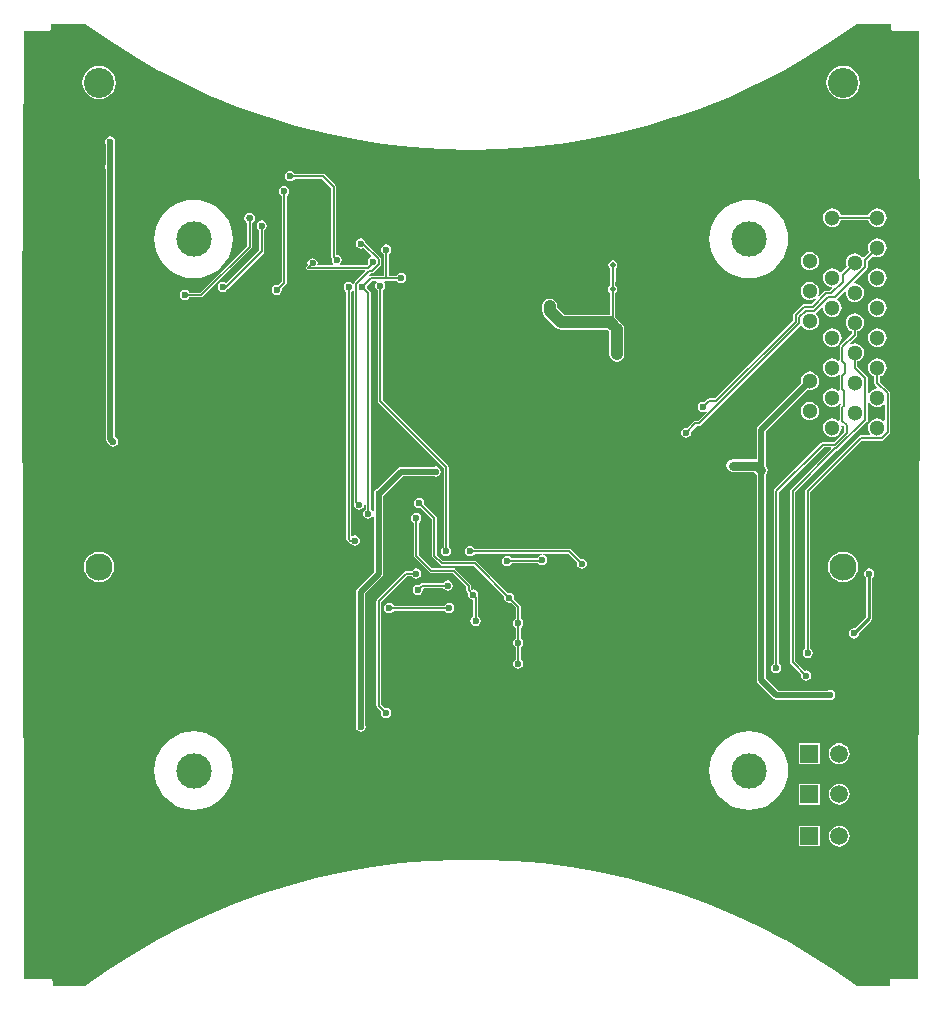
<source format=gtl>
%FSLAX42Y42*%
%MOMM*%
G71*
G01*
G75*
G04 Layer_Physical_Order=1*
G04 Layer_Color=255*
%ADD10C,0.15*%
%ADD11C,0.50*%
%ADD12C,0.80*%
%ADD13C,0.20*%
%ADD14C,0.25*%
%ADD15C,1.00*%
%ADD16C,4.10*%
%ADD17C,1.30*%
%ADD18C,2.54*%
%ADD19R,1.50X1.50*%
%ADD20C,1.50*%
%ADD21C,2.30*%
%ADD22C,2.55*%
%ADD23C,3.00*%
%ADD24C,0.60*%
%ADD25C,0.50*%
G36*
X3040Y4653D02*
X3041Y4649D01*
X3042Y4645D01*
X3042Y4645D01*
X3042Y4645D01*
X3044Y4642D01*
X3046Y4639D01*
X3046Y4639D01*
X3046Y4639D01*
X3049Y4637D01*
X3052Y4635D01*
X3052Y4635D01*
X3052Y4635D01*
X3056Y4634D01*
X3059Y4633D01*
X3277D01*
X3286Y2146D01*
X3278Y-178D01*
D01*
X3270Y-2504D01*
X3270Y-2504D01*
X3270Y-2504D01*
X3270Y-3392D01*
X3051D01*
X3051Y-3392D01*
X3051Y-3392D01*
X3047Y-3392D01*
X3044Y-3393D01*
X3044Y-3393D01*
X3044Y-3393D01*
X3041Y-3395D01*
X3037Y-3397D01*
X3037Y-3397D01*
X3037Y-3397D01*
X3035Y-3401D01*
X3033Y-3404D01*
X3033Y-3404D01*
X3033Y-3404D01*
X3032Y-3407D01*
X3032Y-3411D01*
X3032Y-3411D01*
X3032Y-3411D01*
X3032Y-3444D01*
X3023Y-3453D01*
X2754D01*
X2562Y-3318D01*
X2561Y-3318D01*
X2561Y-3317D01*
X2358Y-3188D01*
X2358Y-3188D01*
X2357Y-3187D01*
X2149Y-3067D01*
X2149Y-3067D01*
X2148Y-3066D01*
X1935Y-2955D01*
X1935Y-2955D01*
X1934Y-2955D01*
X1716Y-2853D01*
X1716Y-2853D01*
X1716Y-2852D01*
X1493Y-2760D01*
X1493Y-2760D01*
X1493Y-2760D01*
X1266Y-2677D01*
X1266Y-2677D01*
X1266Y-2677D01*
X1036Y-2604D01*
X1036Y-2604D01*
X1035Y-2604D01*
X803Y-2542D01*
X803Y-2542D01*
X802Y-2542D01*
X567Y-2489D01*
X567Y-2489D01*
X566Y-2489D01*
X329Y-2447D01*
X329Y-2447D01*
X329Y-2447D01*
X90Y-2416D01*
X90Y-2416D01*
X89Y-2416D01*
X-150Y-2395D01*
X-151Y-2395D01*
X-151Y-2395D01*
X-392Y-2384D01*
X-392Y-2384D01*
X-393Y-2384D01*
X-633D01*
X-634Y-2384D01*
X-634Y-2384D01*
X-874Y-2395D01*
X-875Y-2395D01*
X-875Y-2395D01*
X-1115Y-2416D01*
X-1115Y-2416D01*
X-1116Y-2416D01*
X-1354Y-2447D01*
X-1355Y-2447D01*
X-1355Y-2447D01*
X-1592Y-2489D01*
X-1593Y-2489D01*
X-1593Y-2489D01*
X-1828Y-2542D01*
X-1828Y-2542D01*
X-1829Y-2542D01*
X-2061Y-2604D01*
X-2062Y-2604D01*
X-2062Y-2604D01*
X-2291Y-2677D01*
X-2292Y-2677D01*
X-2292Y-2677D01*
X-2518Y-2760D01*
X-2519Y-2760D01*
X-2519Y-2760D01*
X-2741Y-2852D01*
X-2742Y-2853D01*
X-2742Y-2853D01*
X-2960Y-2955D01*
X-2960Y-2955D01*
X-2961Y-2955D01*
X-3174Y-3066D01*
X-3175Y-3067D01*
X-3175Y-3067D01*
X-3383Y-3187D01*
X-3384Y-3188D01*
X-3384Y-3188D01*
X-3587Y-3317D01*
X-3587Y-3318D01*
X-3587Y-3318D01*
X-3779Y-3453D01*
X-4048D01*
X-4057Y-3444D01*
X-4057Y-3411D01*
X-4057Y-3411D01*
X-4057Y-3411D01*
X-4058Y-3407D01*
X-4059Y-3404D01*
X-4059Y-3404D01*
X-4059Y-3404D01*
X-4061Y-3401D01*
X-4063Y-3397D01*
X-4063Y-3397D01*
X-4063Y-3397D01*
X-4066Y-3395D01*
X-4069Y-3393D01*
X-4069Y-3393D01*
X-4069Y-3393D01*
X-4073Y-3392D01*
X-4077Y-3392D01*
X-4077Y-3392D01*
X-4077Y-3392D01*
X-4296D01*
X-4296Y-2504D01*
X-4296Y-2504D01*
X-4296Y-2504D01*
X-4304Y-178D01*
D01*
X-4312Y2146D01*
X-4303Y4633D01*
X-4085D01*
X-4082Y4634D01*
X-4078Y4635D01*
X-4078Y4635D01*
X-4078Y4635D01*
X-4075Y4637D01*
X-4072Y4639D01*
X-4072Y4639D01*
X-4071Y4639D01*
X-4069Y4642D01*
X-4067Y4645D01*
X-4067Y4645D01*
X-4067Y4645D01*
X-4067Y4649D01*
X-4066Y4653D01*
X-4066Y4695D01*
X-3779D01*
X-3580Y4555D01*
X-3580Y4555D01*
X-3580Y4554D01*
X-3369Y4421D01*
X-3369Y4421D01*
X-3368Y4420D01*
X-3152Y4296D01*
X-3152Y4296D01*
X-3151Y4296D01*
X-2930Y4182D01*
X-2930Y4182D01*
X-2929Y4181D01*
X-2703Y4077D01*
X-2702Y4077D01*
X-2702Y4077D01*
X-2471Y3983D01*
X-2470Y3983D01*
X-2470Y3983D01*
X-2235Y3900D01*
X-2235Y3900D01*
X-2234Y3900D01*
X-1996Y3827D01*
X-1995Y3827D01*
X-1995Y3827D01*
X-1753Y3766D01*
X-1753Y3766D01*
X-1752Y3765D01*
X-1508Y3715D01*
X-1508Y3715D01*
X-1508Y3715D01*
X-1261Y3675D01*
X-1261Y3676D01*
X-1261Y3675D01*
X-1013Y3647D01*
X-1012Y3647D01*
X-1012Y3647D01*
X-763Y3630D01*
X-763Y3630D01*
X-763Y3630D01*
X-513Y3625D01*
X-513Y3625D01*
X-512Y3625D01*
X-263Y3630D01*
X-263Y3630D01*
X-262Y3630D01*
X-14Y3647D01*
X-13Y3647D01*
X-13Y3647D01*
X235Y3675D01*
X235Y3676D01*
X236Y3675D01*
X482Y3715D01*
X482Y3715D01*
X483Y3715D01*
X727Y3765D01*
X727Y3766D01*
X728Y3766D01*
X969Y3827D01*
X969Y3827D01*
X970Y3827D01*
X1208Y3900D01*
X1209Y3900D01*
X1209Y3900D01*
X1444Y3983D01*
X1445Y3983D01*
X1445Y3983D01*
X1676Y4077D01*
X1676Y4077D01*
X1677Y4077D01*
X1903Y4181D01*
X1904Y4182D01*
X1904Y4182D01*
X2126Y4296D01*
X2126Y4296D01*
X2126Y4296D01*
X2343Y4420D01*
X2343Y4421D01*
X2343Y4421D01*
X2554Y4554D01*
X2554Y4555D01*
X2554Y4555D01*
X2754Y4695D01*
X3040D01*
X3040Y4653D01*
D02*
G37*
%LPC*%
G36*
X-699Y-210D02*
X-715Y-214D01*
X-729Y-223D01*
X-736Y-233D01*
X-1169D01*
X-1176Y-223D01*
X-1190Y-214D01*
X-1206Y-210D01*
X-1223Y-214D01*
X-1237Y-223D01*
X-1247Y-237D01*
X-1250Y-254D01*
X-1247Y-271D01*
X-1237Y-285D01*
X-1223Y-294D01*
X-1206Y-298D01*
X-1190Y-294D01*
X-1176Y-285D01*
X-1169Y-275D01*
X-736D01*
X-729Y-285D01*
X-715Y-294D01*
X-699Y-298D01*
X-682Y-294D01*
X-668Y-285D01*
X-658Y-271D01*
X-655Y-254D01*
X-658Y-237D01*
X-668Y-223D01*
X-682Y-214D01*
X-699Y-210D01*
D02*
G37*
G36*
X-711Y-20D02*
X-728Y-23D01*
X-742Y-33D01*
X-749Y-43D01*
X-927D01*
X-935Y-44D01*
X-942Y-49D01*
X-953Y-60D01*
X-965Y-58D01*
X-982Y-61D01*
X-996Y-71D01*
X-1005Y-85D01*
X-1009Y-102D01*
X-1005Y-118D01*
X-996Y-132D01*
X-982Y-142D01*
X-965Y-145D01*
X-949Y-142D01*
X-934Y-132D01*
X-925Y-118D01*
X-922Y-102D01*
X-923Y-94D01*
X-915Y-84D01*
X-749D01*
X-742Y-94D01*
X-728Y-104D01*
X-711Y-107D01*
X-695Y-104D01*
X-680Y-94D01*
X-671Y-80D01*
X-668Y-63D01*
X-671Y-47D01*
X-680Y-33D01*
X-695Y-23D01*
X-711Y-20D01*
D02*
G37*
G36*
X-978Y552D02*
X-995Y548D01*
X-1009Y539D01*
X-1018Y525D01*
X-1021Y508D01*
X-1018Y491D01*
X-1009Y477D01*
X-998Y470D01*
Y190D01*
X-998Y190D01*
X-998D01*
X-997Y183D01*
X-992Y176D01*
X-865Y49D01*
X-859Y44D01*
X-851Y43D01*
X-851Y43D01*
X-669D01*
X-554Y-72D01*
Y-102D01*
X-552Y-109D01*
X-548Y-116D01*
X-536Y-128D01*
X-539Y-140D01*
X-536Y-156D01*
X-526Y-170D01*
X-512Y-180D01*
X-496Y-183D01*
Y-325D01*
X-507Y-332D01*
X-516Y-346D01*
X-519Y-362D01*
X-516Y-379D01*
X-507Y-393D01*
X-493Y-403D01*
X-476Y-406D01*
X-459Y-403D01*
X-445Y-393D01*
X-436Y-379D01*
X-432Y-362D01*
X-436Y-346D01*
X-445Y-332D01*
X-455Y-325D01*
Y-159D01*
X-456Y-157D01*
X-455Y-156D01*
X-452Y-140D01*
X-455Y-123D01*
X-465Y-109D01*
X-479Y-99D01*
X-495Y-96D01*
X-503Y-98D01*
X-513Y-90D01*
Y-64D01*
X-513Y-63D01*
X-514Y-56D01*
X-519Y-49D01*
X-646Y78D01*
X-653Y83D01*
X-660Y84D01*
X-842D01*
X-957Y199D01*
Y470D01*
X-947Y477D01*
X-938Y491D01*
X-934Y508D01*
X-938Y525D01*
X-947Y539D01*
X-961Y548D01*
X-978Y552D01*
D02*
G37*
G36*
X2858Y82D02*
X2841Y78D01*
X2827Y69D01*
X2817Y55D01*
X2814Y38D01*
X2817Y21D01*
X2827Y7D01*
X2832Y4D01*
Y-330D01*
X2735Y-426D01*
X2729Y-425D01*
X2713Y-428D01*
X2698Y-438D01*
X2689Y-452D01*
X2686Y-469D01*
X2689Y-485D01*
X2698Y-499D01*
X2713Y-509D01*
X2729Y-512D01*
X2746Y-509D01*
X2760Y-499D01*
X2769Y-485D01*
X2773Y-469D01*
X2772Y-463D01*
X2876Y-359D01*
X2881Y-350D01*
X2883Y-340D01*
Y4D01*
X2888Y7D01*
X2898Y21D01*
X2901Y38D01*
X2898Y55D01*
X2888Y69D01*
X2874Y78D01*
X2858Y82D01*
D02*
G37*
G36*
X-3663Y225D02*
X-3696Y221D01*
X-3727Y208D01*
X-3754Y187D01*
X-3775Y160D01*
X-3788Y129D01*
X-3792Y96D01*
X-3788Y63D01*
X-3775Y31D01*
X-3754Y5D01*
X-3727Y-16D01*
X-3696Y-29D01*
X-3663Y-33D01*
X-3630Y-29D01*
X-3598Y-16D01*
X-3572Y5D01*
X-3551Y31D01*
X-3538Y63D01*
X-3534Y96D01*
X-3538Y129D01*
X-3551Y160D01*
X-3572Y187D01*
X-3598Y208D01*
X-3630Y221D01*
X-3663Y225D01*
D02*
G37*
G36*
X-521Y272D02*
X-537Y269D01*
X-551Y259D01*
X-561Y245D01*
X-564Y229D01*
X-561Y212D01*
X-551Y198D01*
X-537Y188D01*
X-521Y185D01*
X-504Y188D01*
X-490Y198D01*
X-483Y208D01*
X85D01*
X86Y195D01*
X86Y195D01*
X86D01*
X72Y193D01*
X58Y183D01*
X49Y169D01*
X48Y166D01*
X-171D01*
X-178Y176D01*
X-192Y185D01*
X-209Y189D01*
X-225Y185D01*
X-239Y176D01*
X-249Y162D01*
X-252Y145D01*
X-249Y128D01*
X-239Y114D01*
X-225Y105D01*
X-209Y102D01*
X-192Y105D01*
X-178Y114D01*
X-171Y124D01*
X56D01*
X58Y122D01*
X72Y112D01*
X89Y109D01*
X106Y112D01*
X120Y122D01*
X129Y136D01*
X132Y152D01*
X129Y169D01*
X120Y183D01*
X106Y193D01*
X92Y195D01*
X93Y207D01*
X93Y208D01*
X309D01*
X383Y134D01*
X381Y122D01*
X384Y105D01*
X393Y91D01*
X408Y82D01*
X424Y78D01*
X441Y82D01*
X455Y91D01*
X464Y105D01*
X468Y122D01*
X464Y139D01*
X455Y153D01*
X441Y162D01*
X424Y165D01*
X412Y163D01*
X332Y243D01*
X325Y248D01*
X317Y249D01*
X-483D01*
X-490Y259D01*
X-504Y269D01*
X-521Y272D01*
D02*
G37*
G36*
X-3569Y3739D02*
X-3585Y3736D01*
X-3599Y3726D01*
X-3609Y3712D01*
X-3612Y3696D01*
X-3609Y3679D01*
X-3607Y3676D01*
Y3499D01*
X-3609Y3496D01*
X-3612Y3480D01*
X-3609Y3463D01*
X-3607Y3460D01*
Y1181D01*
X-3607Y1181D01*
X-3605Y1169D01*
X-3604Y1166D01*
X-3596Y1154D01*
X-3584Y1142D01*
X-3584Y1139D01*
X-3574Y1125D01*
X-3560Y1115D01*
X-3543Y1112D01*
X-3527Y1115D01*
X-3513Y1125D01*
X-3503Y1139D01*
X-3500Y1156D01*
X-3503Y1172D01*
X-3513Y1186D01*
X-3527Y1196D01*
X-3530Y1197D01*
X-3530Y1197D01*
Y3460D01*
X-3528Y3463D01*
X-3525Y3480D01*
X-3528Y3496D01*
X-3530Y3499D01*
Y3676D01*
X-3528Y3679D01*
X-3525Y3696D01*
X-3528Y3712D01*
X-3538Y3726D01*
X-3552Y3736D01*
X-3569Y3739D01*
D02*
G37*
G36*
X2637Y225D02*
X2604Y221D01*
X2573Y208D01*
X2546Y187D01*
X2525Y160D01*
X2512Y129D01*
X2508Y96D01*
X2512Y63D01*
X2525Y31D01*
X2546Y5D01*
X2573Y-16D01*
X2604Y-29D01*
X2637Y-33D01*
X2670Y-29D01*
X2702Y-16D01*
X2728Y5D01*
X2749Y31D01*
X2762Y63D01*
X2766Y96D01*
X2762Y129D01*
X2749Y160D01*
X2728Y187D01*
X2702Y208D01*
X2670Y221D01*
X2637Y225D01*
D02*
G37*
G36*
X-978Y82D02*
X-995Y78D01*
X-1009Y69D01*
X-1015Y59D01*
X-1067D01*
X-1075Y57D01*
X-1081Y53D01*
X-1310Y-176D01*
X-1314Y-183D01*
X-1316Y-190D01*
Y-1080D01*
X-1316Y-1080D01*
X-1316D01*
X-1314Y-1087D01*
X-1310Y-1094D01*
X-1273Y-1131D01*
X-1275Y-1143D01*
X-1272Y-1160D01*
X-1263Y-1174D01*
X-1249Y-1183D01*
X-1232Y-1187D01*
X-1215Y-1183D01*
X-1201Y-1174D01*
X-1192Y-1160D01*
X-1188Y-1143D01*
X-1192Y-1126D01*
X-1201Y-1112D01*
X-1215Y-1103D01*
X-1232Y-1099D01*
X-1244Y-1102D01*
X-1275Y-1071D01*
Y-199D01*
X-1058Y18D01*
X-1015D01*
X-1009Y7D01*
X-995Y-2D01*
X-978Y-5D01*
X-961Y-2D01*
X-947Y7D01*
X-938Y21D01*
X-934Y38D01*
X-938Y55D01*
X-947Y69D01*
X-961Y78D01*
X-978Y82D01*
D02*
G37*
G36*
X-2863Y-1296D02*
X-2915Y-1300D01*
X-2966Y-1313D01*
X-3014Y-1333D01*
X-3058Y-1360D01*
X-3098Y-1394D01*
X-3132Y-1434D01*
X-3159Y-1478D01*
X-3179Y-1526D01*
X-3192Y-1577D01*
X-3196Y-1629D01*
X-3192Y-1681D01*
X-3179Y-1732D01*
X-3159Y-1780D01*
X-3132Y-1825D01*
X-3098Y-1864D01*
X-3058Y-1898D01*
X-3014Y-1926D01*
X-2966Y-1946D01*
X-2915Y-1958D01*
X-2863Y-1962D01*
X-2811Y-1958D01*
X-2760Y-1946D01*
X-2712Y-1926D01*
X-2667Y-1898D01*
X-2628Y-1864D01*
X-2594Y-1825D01*
X-2566Y-1780D01*
X-2546Y-1732D01*
X-2534Y-1681D01*
X-2530Y-1629D01*
X-2534Y-1577D01*
X-2546Y-1526D01*
X-2566Y-1478D01*
X-2594Y-1434D01*
X-2628Y-1394D01*
X-2667Y-1360D01*
X-2712Y-1333D01*
X-2760Y-1313D01*
X-2811Y-1300D01*
X-2863Y-1296D01*
D02*
G37*
G36*
X1837D02*
X1785Y-1300D01*
X1734Y-1313D01*
X1686Y-1333D01*
X1642Y-1360D01*
X1602Y-1394D01*
X1568Y-1434D01*
X1541Y-1478D01*
X1521Y-1526D01*
X1508Y-1577D01*
X1504Y-1629D01*
X1508Y-1681D01*
X1521Y-1732D01*
X1541Y-1780D01*
X1568Y-1825D01*
X1602Y-1864D01*
X1642Y-1898D01*
X1686Y-1926D01*
X1734Y-1946D01*
X1785Y-1958D01*
X1837Y-1962D01*
X1889Y-1958D01*
X1940Y-1946D01*
X1988Y-1926D01*
X2033Y-1898D01*
X2072Y-1864D01*
X2106Y-1825D01*
X2134Y-1780D01*
X2154Y-1732D01*
X2166Y-1681D01*
X2170Y-1629D01*
X2166Y-1577D01*
X2154Y-1526D01*
X2134Y-1478D01*
X2106Y-1434D01*
X2072Y-1394D01*
X2033Y-1360D01*
X1988Y-1333D01*
X1940Y-1313D01*
X1889Y-1300D01*
X1837Y-1296D01*
D02*
G37*
G36*
X2603Y-2096D02*
X2581Y-2099D01*
X2559Y-2108D01*
X2541Y-2122D01*
X2527Y-2140D01*
X2518Y-2162D01*
X2515Y-2184D01*
X2518Y-2207D01*
X2527Y-2229D01*
X2541Y-2247D01*
X2559Y-2261D01*
X2581Y-2270D01*
X2603Y-2273D01*
X2626Y-2270D01*
X2648Y-2261D01*
X2666Y-2247D01*
X2680Y-2229D01*
X2689Y-2207D01*
X2692Y-2184D01*
X2689Y-2162D01*
X2680Y-2140D01*
X2666Y-2122D01*
X2648Y-2108D01*
X2626Y-2099D01*
X2603Y-2096D01*
D02*
G37*
G36*
X2437Y-2097D02*
X2262D01*
Y-2272D01*
X2437D01*
Y-2097D01*
D02*
G37*
G36*
X2603Y-1740D02*
X2581Y-1743D01*
X2559Y-1752D01*
X2541Y-1766D01*
X2527Y-1785D01*
X2518Y-1806D01*
X2515Y-1829D01*
X2518Y-1852D01*
X2527Y-1873D01*
X2541Y-1891D01*
X2559Y-1905D01*
X2581Y-1914D01*
X2603Y-1917D01*
X2626Y-1914D01*
X2648Y-1905D01*
X2666Y-1891D01*
X2680Y-1873D01*
X2689Y-1852D01*
X2692Y-1829D01*
X2689Y-1806D01*
X2680Y-1785D01*
X2666Y-1766D01*
X2648Y-1752D01*
X2626Y-1743D01*
X2603Y-1740D01*
D02*
G37*
G36*
X2437Y-1398D02*
X2262D01*
Y-1574D01*
X2437D01*
Y-1398D01*
D02*
G37*
G36*
X-952Y679D02*
X-969Y675D01*
X-983Y666D01*
X-993Y652D01*
X-996Y635D01*
X-993Y618D01*
X-983Y604D01*
X-969Y595D01*
X-952Y591D01*
X-940Y594D01*
X-846Y499D01*
Y190D01*
X-846Y190D01*
X-846D01*
X-845Y183D01*
X-840Y176D01*
X-777Y112D01*
X-777Y112D01*
X-770Y108D01*
X-770Y108D01*
X-770Y108D01*
D01*
X-770Y108D01*
X-770Y108D01*
X-762Y106D01*
X-491D01*
X-232Y-153D01*
X-234Y-165D01*
X-231Y-182D01*
X-221Y-196D01*
X-207Y-205D01*
X-190Y-209D01*
X-178Y-206D01*
X-135Y-250D01*
Y-343D01*
X-145Y-350D01*
X-155Y-364D01*
X-158Y-381D01*
X-155Y-398D01*
X-145Y-412D01*
X-135Y-419D01*
Y-509D01*
X-145Y-515D01*
X-155Y-529D01*
X-158Y-546D01*
X-155Y-563D01*
X-145Y-577D01*
X-135Y-584D01*
Y-686D01*
X-145Y-693D01*
X-155Y-707D01*
X-158Y-724D01*
X-155Y-741D01*
X-145Y-755D01*
X-131Y-764D01*
X-114Y-767D01*
X-98Y-764D01*
X-84Y-755D01*
X-74Y-741D01*
X-71Y-724D01*
X-74Y-707D01*
X-84Y-693D01*
X-94Y-686D01*
Y-584D01*
X-84Y-577D01*
X-74Y-563D01*
X-71Y-546D01*
X-74Y-529D01*
X-84Y-515D01*
X-94Y-509D01*
Y-419D01*
X-84Y-412D01*
X-74Y-398D01*
X-71Y-381D01*
X-74Y-364D01*
X-84Y-350D01*
X-94Y-343D01*
Y-241D01*
X-95Y-233D01*
X-100Y-227D01*
X-149Y-177D01*
X-147Y-165D01*
X-150Y-148D01*
X-160Y-134D01*
X-174Y-125D01*
X-190Y-122D01*
X-203Y-124D01*
X-468Y142D01*
X-475Y146D01*
X-483Y148D01*
X-753D01*
X-805Y199D01*
Y508D01*
X-805Y508D01*
X-806Y516D01*
X-811Y523D01*
X-911Y623D01*
X-909Y635D01*
X-912Y652D01*
X-922Y666D01*
X-936Y675D01*
X-952Y679D01*
D02*
G37*
G36*
X2437Y-1741D02*
X2262D01*
Y-1917D01*
X2437D01*
Y-1741D01*
D02*
G37*
G36*
X2603Y-1397D02*
X2581Y-1400D01*
X2559Y-1409D01*
X2541Y-1423D01*
X2527Y-1442D01*
X2518Y-1463D01*
X2515Y-1486D01*
X2518Y-1509D01*
X2527Y-1530D01*
X2541Y-1548D01*
X2559Y-1563D01*
X2581Y-1571D01*
X2603Y-1574D01*
X2626Y-1571D01*
X2648Y-1563D01*
X2666Y-1548D01*
X2680Y-1530D01*
X2689Y-1509D01*
X2692Y-1486D01*
X2689Y-1463D01*
X2680Y-1442D01*
X2666Y-1423D01*
X2648Y-1409D01*
X2626Y-1400D01*
X2603Y-1397D01*
D02*
G37*
G36*
X2354Y1492D02*
X2334Y1489D01*
X2315Y1481D01*
X2299Y1469D01*
X2286Y1453D01*
X2278Y1434D01*
X2276Y1414D01*
X2278Y1393D01*
X2286Y1374D01*
X2299Y1358D01*
X2315Y1346D01*
X2334Y1338D01*
X2354Y1335D01*
X2374Y1338D01*
X2393Y1346D01*
X2409Y1358D01*
X2422Y1374D01*
X2430Y1393D01*
X2432Y1414D01*
X2430Y1434D01*
X2422Y1453D01*
X2409Y1469D01*
X2393Y1481D01*
X2374Y1489D01*
X2354Y1492D01*
D02*
G37*
G36*
X1837Y3204D02*
X1785Y3200D01*
X1734Y3187D01*
X1686Y3167D01*
X1642Y3140D01*
X1602Y3106D01*
X1568Y3066D01*
X1541Y3022D01*
X1521Y2974D01*
X1508Y2923D01*
X1504Y2871D01*
X1508Y2819D01*
X1521Y2768D01*
X1541Y2720D01*
X1568Y2675D01*
X1602Y2636D01*
X1642Y2602D01*
X1686Y2574D01*
X1734Y2554D01*
X1785Y2542D01*
X1837Y2538D01*
X1889Y2542D01*
X1940Y2554D01*
X1988Y2574D01*
X2033Y2602D01*
X2072Y2636D01*
X2106Y2675D01*
X2134Y2720D01*
X2154Y2768D01*
X2166Y2819D01*
X2170Y2871D01*
X2166Y2923D01*
X2154Y2974D01*
X2134Y3022D01*
X2106Y3066D01*
X2072Y3106D01*
X2033Y3140D01*
X1988Y3167D01*
X1940Y3187D01*
X1889Y3200D01*
X1837Y3204D01*
D02*
G37*
G36*
X2354Y2762D02*
X2334Y2759D01*
X2315Y2751D01*
X2299Y2739D01*
X2286Y2723D01*
X2278Y2704D01*
X2276Y2684D01*
X2278Y2663D01*
X2286Y2644D01*
X2299Y2628D01*
X2315Y2616D01*
X2334Y2608D01*
X2354Y2605D01*
X2374Y2608D01*
X2393Y2616D01*
X2409Y2628D01*
X2422Y2644D01*
X2430Y2663D01*
X2432Y2684D01*
X2430Y2704D01*
X2422Y2723D01*
X2409Y2739D01*
X2393Y2751D01*
X2374Y2759D01*
X2354Y2762D01*
D02*
G37*
G36*
X-2286Y3028D02*
X-2303Y3025D01*
X-2317Y3015D01*
X-2326Y3001D01*
X-2330Y2984D01*
X-2326Y2968D01*
X-2317Y2954D01*
X-2307Y2947D01*
Y2777D01*
X-2588Y2496D01*
X-2600Y2504D01*
X-2616Y2507D01*
X-2633Y2504D01*
X-2647Y2495D01*
X-2656Y2480D01*
X-2660Y2464D01*
X-2656Y2447D01*
X-2647Y2433D01*
X-2633Y2424D01*
X-2616Y2420D01*
X-2600Y2424D01*
X-2585Y2433D01*
X-2576Y2447D01*
X-2575Y2450D01*
X-2271Y2754D01*
X-2267Y2761D01*
X-2265Y2769D01*
X-2265Y2769D01*
X-2265Y2769D01*
Y2769D01*
Y2947D01*
X-2255Y2954D01*
X-2246Y2968D01*
X-2242Y2984D01*
X-2246Y3001D01*
X-2255Y3015D01*
X-2269Y3025D01*
X-2286Y3028D01*
D02*
G37*
G36*
X-2863Y3204D02*
X-2915Y3200D01*
X-2966Y3187D01*
X-3014Y3167D01*
X-3058Y3140D01*
X-3098Y3106D01*
X-3132Y3066D01*
X-3159Y3022D01*
X-3179Y2974D01*
X-3192Y2923D01*
X-3196Y2871D01*
X-3192Y2819D01*
X-3179Y2768D01*
X-3159Y2720D01*
X-3132Y2675D01*
X-3098Y2636D01*
X-3058Y2602D01*
X-3014Y2574D01*
X-2966Y2554D01*
X-2915Y2542D01*
X-2863Y2538D01*
X-2811Y2542D01*
X-2760Y2554D01*
X-2712Y2574D01*
X-2667Y2602D01*
X-2628Y2636D01*
X-2594Y2675D01*
X-2566Y2720D01*
X-2546Y2768D01*
X-2534Y2819D01*
X-2530Y2871D01*
X-2534Y2923D01*
X-2546Y2974D01*
X-2566Y3022D01*
X-2594Y3066D01*
X-2628Y3106D01*
X-2667Y3140D01*
X-2712Y3167D01*
X-2760Y3187D01*
X-2811Y3200D01*
X-2863Y3204D01*
D02*
G37*
G36*
X-2045Y3447D02*
X-2061Y3444D01*
X-2075Y3434D01*
X-2085Y3420D01*
X-2088Y3404D01*
X-2085Y3387D01*
X-2075Y3373D01*
X-2061Y3363D01*
X-2045Y3360D01*
X-2028Y3363D01*
X-2014Y3373D01*
X-2007Y3383D01*
X-1774D01*
X-1697Y3306D01*
Y2718D01*
X-1695Y2710D01*
X-1692Y2705D01*
X-1695Y2692D01*
X-1691Y2676D01*
X-1682Y2662D01*
X-1690Y2649D01*
X-1806D01*
X-1814Y2659D01*
X-1813Y2664D01*
X-1816Y2681D01*
X-1826Y2695D01*
X-1840Y2704D01*
X-1856Y2708D01*
X-1873Y2704D01*
X-1887Y2695D01*
X-1897Y2681D01*
X-1900Y2664D01*
X-1898Y2652D01*
X-1906Y2643D01*
X-1911Y2637D01*
X-1912Y2629D01*
X-1911Y2621D01*
X-1906Y2614D01*
X-1900Y2610D01*
X-1892Y2608D01*
X-1413D01*
X-1408Y2597D01*
X-1500Y2504D01*
X-1504Y2498D01*
X-1505Y2495D01*
X-1517Y2493D01*
X-1519Y2495D01*
X-1533Y2504D01*
X-1549Y2507D01*
X-1566Y2504D01*
X-1580Y2495D01*
X-1590Y2480D01*
X-1593Y2464D01*
X-1590Y2447D01*
X-1580Y2433D01*
X-1570Y2426D01*
Y330D01*
X-1568Y322D01*
X-1564Y316D01*
X-1551Y303D01*
X-1545Y298D01*
X-1537Y297D01*
X-1537Y297D01*
X-1536D01*
X-1529Y287D01*
X-1515Y277D01*
X-1499Y274D01*
X-1482Y277D01*
X-1468Y287D01*
X-1458Y301D01*
X-1455Y317D01*
X-1458Y334D01*
X-1468Y348D01*
X-1482Y358D01*
X-1499Y361D01*
X-1515Y358D01*
X-1518Y356D01*
X-1529Y362D01*
Y2426D01*
X-1519Y2433D01*
X-1518Y2434D01*
X-1506Y2430D01*
Y647D01*
X-1504Y639D01*
X-1502Y635D01*
X-1504Y622D01*
X-1501Y606D01*
X-1491Y592D01*
X-1477Y582D01*
X-1460Y579D01*
X-1444Y582D01*
X-1430Y592D01*
X-1420Y606D01*
X-1418Y619D01*
X-1418Y619D01*
X-1418Y619D01*
X-1414Y619D01*
D01*
X-1406Y618D01*
X-1405Y617D01*
Y584D01*
X-1415Y577D01*
X-1425Y563D01*
X-1428Y546D01*
X-1425Y529D01*
X-1415Y515D01*
X-1401Y506D01*
X-1384Y503D01*
X-1368Y506D01*
X-1354Y515D01*
X-1346Y527D01*
X-1334Y523D01*
Y54D01*
X-1475Y-87D01*
X-1483Y-100D01*
X-1484Y-102D01*
X-1486Y-114D01*
X-1486Y-114D01*
Y-1238D01*
X-1488Y-1241D01*
X-1491Y-1257D01*
X-1488Y-1274D01*
X-1479Y-1288D01*
X-1464Y-1298D01*
X-1448Y-1301D01*
X-1431Y-1298D01*
X-1417Y-1288D01*
X-1408Y-1274D01*
X-1404Y-1257D01*
X-1408Y-1241D01*
X-1409Y-1238D01*
Y-130D01*
X-1268Y11D01*
X-1268Y11D01*
X-1260Y23D01*
X-1257Y38D01*
Y692D01*
X-1255Y695D01*
X-1255Y698D01*
X-1089Y863D01*
X-832D01*
X-829Y861D01*
X-813Y858D01*
X-796Y861D01*
X-782Y871D01*
X-773Y885D01*
X-769Y902D01*
X-773Y918D01*
X-782Y932D01*
X-796Y942D01*
X-813Y945D01*
X-829Y942D01*
X-832Y940D01*
X-1105D01*
X-1120Y937D01*
X-1132Y929D01*
X-1132Y929D01*
X-1309Y752D01*
X-1312Y751D01*
X-1326Y742D01*
X-1336Y728D01*
X-1339Y711D01*
X-1336Y695D01*
X-1334Y692D01*
Y569D01*
X-1346Y566D01*
X-1354Y577D01*
X-1364Y584D01*
Y2413D01*
X-1364Y2413D01*
X-1365Y2421D01*
X-1370Y2428D01*
X-1394Y2452D01*
X-1392Y2464D01*
X-1394Y2476D01*
X-1350Y2519D01*
X-1322D01*
X-1313Y2507D01*
X-1323Y2493D01*
X-1326Y2476D01*
X-1323Y2460D01*
X-1313Y2446D01*
X-1303Y2439D01*
Y1499D01*
X-1303Y1499D01*
X-1303D01*
X-1302Y1491D01*
X-1297Y1484D01*
X-744Y931D01*
Y266D01*
X-755Y259D01*
X-764Y245D01*
X-767Y229D01*
X-764Y212D01*
X-755Y198D01*
X-741Y188D01*
X-724Y185D01*
X-707Y188D01*
X-693Y198D01*
X-684Y212D01*
X-680Y229D01*
X-684Y245D01*
X-693Y259D01*
X-703Y266D01*
Y940D01*
X-705Y948D01*
X-709Y954D01*
X-1262Y1507D01*
Y2439D01*
X-1252Y2446D01*
X-1242Y2460D01*
X-1239Y2476D01*
X-1242Y2493D01*
X-1252Y2507D01*
X-1244Y2519D01*
X-1142D01*
X-1136Y2509D01*
X-1122Y2500D01*
X-1105Y2496D01*
X-1088Y2500D01*
X-1074Y2509D01*
X-1065Y2523D01*
X-1061Y2540D01*
X-1065Y2557D01*
X-1074Y2571D01*
X-1088Y2580D01*
X-1105Y2584D01*
X-1122Y2580D01*
X-1136Y2571D01*
X-1142Y2561D01*
X-1211D01*
Y2744D01*
X-1201Y2751D01*
X-1192Y2765D01*
X-1188Y2781D01*
X-1192Y2798D01*
X-1201Y2812D01*
X-1215Y2822D01*
X-1232Y2825D01*
X-1249Y2822D01*
X-1263Y2812D01*
X-1272Y2798D01*
X-1275Y2781D01*
X-1272Y2765D01*
X-1263Y2751D01*
X-1252Y2744D01*
Y2561D01*
X-1359D01*
X-1367Y2559D01*
X-1373Y2555D01*
X-1376Y2557D01*
Y2570D01*
X-1365Y2581D01*
X-1354D01*
X-1346Y2582D01*
X-1339Y2587D01*
X-1281Y2644D01*
X-1281Y2644D01*
X-1277Y2651D01*
X-1275Y2659D01*
X-1275Y2659D01*
Y2700D01*
X-1277Y2708D01*
X-1281Y2715D01*
X-1406Y2839D01*
X-1408Y2849D01*
X-1417Y2863D01*
X-1431Y2872D01*
X-1448Y2876D01*
X-1464Y2872D01*
X-1479Y2863D01*
X-1488Y2849D01*
X-1491Y2832D01*
X-1488Y2815D01*
X-1479Y2801D01*
X-1464Y2792D01*
X-1448Y2789D01*
X-1431Y2792D01*
X-1422Y2798D01*
X-1357Y2732D01*
X-1361Y2720D01*
X-1363Y2720D01*
X-1377Y2710D01*
X-1386Y2696D01*
X-1390Y2680D01*
X-1386Y2663D01*
X-1384Y2659D01*
X-1393Y2649D01*
X-1612D01*
X-1620Y2662D01*
X-1611Y2676D01*
X-1607Y2692D01*
X-1611Y2709D01*
X-1620Y2723D01*
X-1634Y2733D01*
X-1651Y2736D01*
X-1656Y2740D01*
Y3315D01*
X-1656Y3315D01*
X-1657Y3323D01*
X-1662Y3329D01*
X-1751Y3418D01*
X-1757Y3423D01*
X-1765Y3424D01*
X-2007D01*
X-2014Y3434D01*
X-2028Y3444D01*
X-2045Y3447D01*
D02*
G37*
G36*
X-3663Y4338D02*
X-3700Y4333D01*
X-3734Y4319D01*
X-3763Y4296D01*
X-3786Y4267D01*
X-3800Y4233D01*
X-3805Y4196D01*
X-3800Y4159D01*
X-3786Y4125D01*
X-3763Y4096D01*
X-3734Y4073D01*
X-3700Y4059D01*
X-3663Y4054D01*
X-3626Y4059D01*
X-3592Y4073D01*
X-3563Y4096D01*
X-3540Y4125D01*
X-3526Y4159D01*
X-3521Y4196D01*
X-3526Y4233D01*
X-3540Y4267D01*
X-3563Y4296D01*
X-3592Y4319D01*
X-3626Y4333D01*
X-3663Y4338D01*
D02*
G37*
G36*
X2637D02*
X2600Y4333D01*
X2566Y4319D01*
X2537Y4296D01*
X2514Y4267D01*
X2500Y4233D01*
X2495Y4196D01*
X2500Y4159D01*
X2514Y4125D01*
X2537Y4096D01*
X2566Y4073D01*
X2600Y4059D01*
X2637Y4054D01*
X2674Y4059D01*
X2708Y4073D01*
X2737Y4096D01*
X2760Y4125D01*
X2774Y4159D01*
X2779Y4196D01*
X2774Y4233D01*
X2760Y4267D01*
X2737Y4296D01*
X2708Y4319D01*
X2674Y4333D01*
X2637Y4338D01*
D02*
G37*
G36*
X2925Y2876D02*
X2905Y2874D01*
X2886Y2866D01*
X2870Y2853D01*
X2857Y2837D01*
X2850Y2818D01*
X2847Y2798D01*
X2850Y2778D01*
X2856Y2762D01*
X2810Y2716D01*
X2799Y2717D01*
X2797Y2718D01*
X2790Y2726D01*
X2774Y2739D01*
X2755Y2747D01*
X2735Y2749D01*
X2715Y2747D01*
X2696Y2739D01*
X2679Y2726D01*
X2667Y2710D01*
X2659Y2691D01*
X2657Y2671D01*
X2659Y2651D01*
X2666Y2635D01*
X2620Y2589D01*
X2608Y2589D01*
X2606Y2591D01*
X2600Y2599D01*
X2584Y2612D01*
X2565Y2620D01*
X2544Y2622D01*
X2524Y2620D01*
X2505Y2612D01*
X2489Y2599D01*
X2477Y2583D01*
X2469Y2564D01*
X2466Y2544D01*
X2469Y2524D01*
X2477Y2505D01*
X2489Y2488D01*
X2505Y2476D01*
X2524Y2468D01*
X2542Y2466D01*
X2546Y2454D01*
X2525Y2433D01*
X2495D01*
X2486Y2432D01*
X2478Y2427D01*
X2424Y2373D01*
X2415Y2381D01*
X2422Y2390D01*
X2430Y2409D01*
X2432Y2430D01*
X2430Y2450D01*
X2422Y2469D01*
X2409Y2485D01*
X2393Y2497D01*
X2374Y2505D01*
X2354Y2508D01*
X2334Y2505D01*
X2315Y2497D01*
X2299Y2485D01*
X2286Y2469D01*
X2278Y2450D01*
X2276Y2430D01*
X2278Y2409D01*
X2286Y2390D01*
X2299Y2374D01*
X2315Y2362D01*
X2334Y2354D01*
X2354Y2351D01*
X2374Y2354D01*
X2393Y2362D01*
X2402Y2369D01*
X2411Y2359D01*
X2371Y2319D01*
X2304D01*
X2295Y2317D01*
X2288Y2312D01*
X2217Y2242D01*
X2212Y2234D01*
X2210Y2225D01*
Y2179D01*
X1553Y1521D01*
X1498D01*
X1489Y1519D01*
X1482Y1514D01*
X1457Y1490D01*
X1448Y1491D01*
X1431Y1488D01*
X1417Y1479D01*
X1408Y1464D01*
X1404Y1448D01*
X1408Y1431D01*
X1417Y1417D01*
X1431Y1408D01*
X1448Y1404D01*
X1464Y1408D01*
X1473Y1413D01*
X1481Y1403D01*
X1411Y1333D01*
X1386D01*
X1377Y1332D01*
X1370Y1326D01*
X1317Y1274D01*
X1308Y1275D01*
X1291Y1272D01*
X1277Y1263D01*
X1268Y1249D01*
X1265Y1232D01*
X1268Y1215D01*
X1277Y1201D01*
X1291Y1192D01*
X1308Y1188D01*
X1325Y1192D01*
X1339Y1201D01*
X1348Y1215D01*
X1352Y1232D01*
X1350Y1241D01*
X1396Y1287D01*
X1420D01*
X1429Y1289D01*
X1437Y1294D01*
X2275Y2132D01*
X2279Y2133D01*
X2289Y2133D01*
X2299Y2120D01*
X2315Y2108D01*
X2334Y2100D01*
X2354Y2097D01*
X2374Y2100D01*
X2393Y2108D01*
X2409Y2120D01*
X2422Y2136D01*
X2430Y2155D01*
X2432Y2176D01*
X2430Y2196D01*
X2422Y2215D01*
X2409Y2231D01*
X2407Y2233D01*
X2408Y2245D01*
X2410Y2247D01*
X2454Y2291D01*
X2466Y2287D01*
X2469Y2270D01*
X2477Y2251D01*
X2489Y2234D01*
X2505Y2222D01*
X2524Y2214D01*
X2544Y2212D01*
X2565Y2214D01*
X2584Y2222D01*
X2600Y2234D01*
X2612Y2251D01*
X2620Y2270D01*
X2623Y2290D01*
X2620Y2310D01*
X2612Y2329D01*
X2600Y2345D01*
X2588Y2354D01*
X2588Y2367D01*
X2645Y2425D01*
X2657Y2419D01*
X2657Y2417D01*
X2659Y2397D01*
X2667Y2378D01*
X2679Y2361D01*
X2696Y2349D01*
X2715Y2341D01*
X2735Y2339D01*
X2755Y2341D01*
X2774Y2349D01*
X2790Y2361D01*
X2803Y2378D01*
X2811Y2397D01*
X2813Y2417D01*
X2811Y2437D01*
X2803Y2456D01*
X2790Y2472D01*
X2774Y2485D01*
X2755Y2493D01*
X2735Y2495D01*
X2733Y2495D01*
X2727Y2506D01*
X2839Y2618D01*
X2842Y2623D01*
X2844Y2626D01*
X2846Y2635D01*
Y2686D01*
X2889Y2729D01*
X2905Y2722D01*
X2925Y2720D01*
X2945Y2722D01*
X2964Y2730D01*
X2981Y2742D01*
X2993Y2759D01*
X3001Y2778D01*
X3004Y2798D01*
X3001Y2818D01*
X2993Y2837D01*
X2981Y2853D01*
X2964Y2866D01*
X2945Y2874D01*
X2925Y2876D01*
D02*
G37*
G36*
Y3130D02*
X2905Y3128D01*
X2886Y3120D01*
X2870Y3107D01*
X2857Y3091D01*
X2850Y3072D01*
X2620D01*
X2612Y3091D01*
X2600Y3107D01*
X2584Y3120D01*
X2565Y3128D01*
X2544Y3130D01*
X2524Y3128D01*
X2505Y3120D01*
X2489Y3107D01*
X2477Y3091D01*
X2469Y3072D01*
X2466Y3052D01*
X2469Y3032D01*
X2477Y3013D01*
X2489Y2996D01*
X2505Y2984D01*
X2524Y2976D01*
X2544Y2974D01*
X2565Y2976D01*
X2584Y2984D01*
X2600Y2996D01*
X2612Y3013D01*
X2620Y3031D01*
X2850D01*
X2857Y3013D01*
X2870Y2996D01*
X2886Y2984D01*
X2905Y2976D01*
X2925Y2974D01*
X2945Y2976D01*
X2964Y2984D01*
X2981Y2996D01*
X2993Y3013D01*
X3001Y3032D01*
X3004Y3052D01*
X3001Y3072D01*
X2993Y3091D01*
X2981Y3107D01*
X2964Y3120D01*
X2945Y3128D01*
X2925Y3130D01*
D02*
G37*
G36*
X2544Y2114D02*
X2524Y2112D01*
X2505Y2104D01*
X2489Y2091D01*
X2477Y2075D01*
X2469Y2056D01*
X2466Y2036D01*
X2469Y2016D01*
X2477Y1997D01*
X2489Y1980D01*
X2505Y1968D01*
X2524Y1960D01*
X2544Y1958D01*
X2565Y1960D01*
X2584Y1968D01*
X2600Y1980D01*
X2612Y1997D01*
X2620Y2016D01*
X2623Y2036D01*
X2620Y2056D01*
X2612Y2075D01*
X2600Y2091D01*
X2584Y2104D01*
X2565Y2112D01*
X2544Y2114D01*
D02*
G37*
G36*
X2925Y2114D02*
X2905Y2112D01*
X2886Y2104D01*
X2870Y2091D01*
X2857Y2075D01*
X2850Y2056D01*
X2847Y2036D01*
X2850Y2016D01*
X2857Y1997D01*
X2870Y1980D01*
X2886Y1968D01*
X2905Y1960D01*
X2925Y1958D01*
X2945Y1960D01*
X2964Y1968D01*
X2981Y1980D01*
X2993Y1997D01*
X3001Y2016D01*
X3004Y2036D01*
X3001Y2056D01*
X2993Y2075D01*
X2981Y2091D01*
X2964Y2104D01*
X2945Y2112D01*
X2925Y2114D01*
D02*
G37*
G36*
X2354Y1751D02*
X2333Y1747D01*
X2319Y1737D01*
X2315Y1735D01*
X2299Y1723D01*
X2286Y1707D01*
X2278Y1688D01*
X2276Y1668D01*
X2278Y1647D01*
X2279Y1647D01*
X1916Y1284D01*
X1908Y1271D01*
X1907Y1269D01*
X1905Y1257D01*
X1905Y1257D01*
Y1006D01*
X1702D01*
X1681Y1002D01*
X1664Y990D01*
X1652Y973D01*
X1648Y952D01*
X1652Y932D01*
X1664Y915D01*
X1681Y903D01*
X1702Y899D01*
X1883D01*
X1905Y877D01*
Y-864D01*
X1905Y-864D01*
X1907Y-876D01*
X1908Y-878D01*
X1916Y-891D01*
X1916Y-891D01*
X1916Y-891D01*
D01*
X1916D01*
Y-891D01*
D01*
X2043Y-1018D01*
X2043Y-1018D01*
X2051Y-1023D01*
X2055Y-1026D01*
X2070Y-1029D01*
X2070Y-1029D01*
X2508D01*
X2511Y-1031D01*
X2527Y-1034D01*
X2544Y-1031D01*
X2558Y-1021D01*
X2568Y-1007D01*
X2571Y-991D01*
X2568Y-974D01*
X2558Y-960D01*
X2544Y-950D01*
X2527Y-947D01*
X2511Y-950D01*
X2508Y-952D01*
X2086D01*
X1982Y-848D01*
Y877D01*
X1993Y894D01*
X1997Y914D01*
X1993Y935D01*
X1982Y952D01*
Y1241D01*
X2333Y1592D01*
X2334Y1592D01*
X2354Y1589D01*
X2374Y1592D01*
X2393Y1600D01*
X2409Y1612D01*
X2422Y1628D01*
X2430Y1647D01*
X2432Y1668D01*
X2430Y1688D01*
X2422Y1707D01*
X2409Y1723D01*
X2393Y1735D01*
X2389Y1737D01*
X2375Y1747D01*
X2354Y1751D01*
D02*
G37*
G36*
X2735Y2241D02*
X2715Y2239D01*
X2696Y2231D01*
X2679Y2218D01*
X2667Y2202D01*
X2659Y2183D01*
X2657Y2163D01*
X2659Y2143D01*
X2667Y2124D01*
X2679Y2107D01*
X2696Y2095D01*
X2712Y2088D01*
Y2071D01*
X2613Y1972D01*
X2608Y1965D01*
X2606Y1956D01*
Y1847D01*
X2594Y1841D01*
X2584Y1850D01*
X2565Y1858D01*
X2544Y1860D01*
X2524Y1858D01*
X2505Y1850D01*
X2489Y1837D01*
X2477Y1821D01*
X2469Y1802D01*
X2466Y1782D01*
X2469Y1762D01*
X2477Y1743D01*
X2489Y1726D01*
X2505Y1714D01*
X2524Y1706D01*
X2544Y1704D01*
X2565Y1706D01*
X2584Y1714D01*
X2595Y1723D01*
X2606Y1716D01*
X2606Y1715D01*
Y1600D01*
X2607Y1593D01*
X2596Y1586D01*
X2584Y1596D01*
X2565Y1604D01*
X2544Y1606D01*
X2524Y1604D01*
X2505Y1596D01*
X2489Y1583D01*
X2477Y1567D01*
X2469Y1548D01*
X2466Y1528D01*
X2469Y1508D01*
X2477Y1489D01*
X2489Y1472D01*
X2505Y1460D01*
X2524Y1452D01*
X2544Y1450D01*
X2565Y1452D01*
X2584Y1460D01*
X2600Y1472D01*
X2606Y1481D01*
X2612Y1479D01*
X2615Y1467D01*
X2613Y1464D01*
X2608Y1457D01*
X2606Y1448D01*
Y1339D01*
X2594Y1333D01*
X2584Y1342D01*
X2565Y1350D01*
X2544Y1352D01*
X2524Y1350D01*
X2505Y1342D01*
X2489Y1329D01*
X2477Y1313D01*
X2469Y1294D01*
X2466Y1274D01*
X2469Y1254D01*
X2477Y1235D01*
X2489Y1218D01*
X2505Y1206D01*
X2524Y1198D01*
X2544Y1196D01*
X2565Y1198D01*
X2584Y1206D01*
X2600Y1218D01*
X2612Y1235D01*
X2620Y1254D01*
X2623Y1274D01*
X2620Y1292D01*
X2632Y1298D01*
X2644Y1286D01*
Y1241D01*
X2556Y1153D01*
X2464D01*
X2455Y1152D01*
X2447Y1147D01*
X2054Y753D01*
X2049Y745D01*
X2047Y737D01*
Y-726D01*
X2039Y-731D01*
X2030Y-745D01*
X2027Y-762D01*
X2030Y-779D01*
X2039Y-793D01*
X2053Y-802D01*
X2070Y-806D01*
X2087Y-802D01*
X2101Y-793D01*
X2110Y-779D01*
X2114Y-762D01*
X2110Y-745D01*
X2101Y-731D01*
X2093Y-726D01*
Y727D01*
X2473Y1107D01*
X2531D01*
X2536Y1095D01*
X2193Y753D01*
X2188Y745D01*
X2187Y737D01*
Y-711D01*
X2187Y-711D01*
X2187D01*
X2188Y-720D01*
X2193Y-728D01*
X2282Y-816D01*
X2281Y-826D01*
X2284Y-842D01*
X2293Y-856D01*
X2307Y-866D01*
X2324Y-869D01*
X2341Y-866D01*
X2355Y-856D01*
X2364Y-842D01*
X2368Y-826D01*
X2364Y-809D01*
X2355Y-795D01*
X2341Y-785D01*
X2324Y-782D01*
X2315Y-784D01*
X2233Y-702D01*
Y727D01*
X2581Y1075D01*
X2588Y1076D01*
X2595Y1081D01*
X2839Y1325D01*
X2839Y1325D01*
X2839Y1325D01*
X2844Y1332D01*
X2846Y1341D01*
Y1484D01*
X2848Y1485D01*
X2858Y1488D01*
X2870Y1472D01*
X2886Y1460D01*
X2905Y1452D01*
X2925Y1450D01*
X2945Y1452D01*
X2964Y1460D01*
X2978Y1471D01*
X2990Y1465D01*
Y1337D01*
X2978Y1331D01*
X2964Y1342D01*
X2945Y1350D01*
X2925Y1352D01*
X2905Y1350D01*
X2886Y1342D01*
X2870Y1329D01*
X2857Y1313D01*
X2850Y1294D01*
X2847Y1274D01*
X2850Y1254D01*
X2857Y1235D01*
X2868Y1221D01*
X2862Y1209D01*
X2786D01*
X2778Y1208D01*
X2770Y1203D01*
X2320Y753D01*
X2315Y745D01*
X2314Y737D01*
Y-599D01*
X2306Y-604D01*
X2297Y-618D01*
X2293Y-635D01*
X2297Y-652D01*
X2306Y-666D01*
X2320Y-675D01*
X2337Y-679D01*
X2353Y-675D01*
X2368Y-666D01*
X2377Y-652D01*
X2380Y-635D01*
X2377Y-618D01*
X2368Y-604D01*
X2360Y-599D01*
Y727D01*
X2796Y1163D01*
X2962D01*
X2970Y1165D01*
X2978Y1170D01*
X3029Y1221D01*
X3034Y1229D01*
X3036Y1238D01*
X3036Y1238D01*
X3036Y1238D01*
Y1238D01*
Y1564D01*
X3036Y1564D01*
X3036Y1564D01*
X3034Y1573D01*
X3033Y1576D01*
X3033Y1576D01*
X3029Y1581D01*
Y1581D01*
X3029Y1581D01*
X2948Y1662D01*
Y1707D01*
X2964Y1714D01*
X2981Y1726D01*
X2993Y1743D01*
X3001Y1762D01*
X3004Y1782D01*
X3001Y1802D01*
X2993Y1821D01*
X2981Y1837D01*
X2964Y1850D01*
X2945Y1858D01*
X2925Y1860D01*
X2905Y1858D01*
X2886Y1850D01*
X2870Y1837D01*
X2857Y1821D01*
X2850Y1802D01*
X2847Y1782D01*
X2850Y1762D01*
X2857Y1743D01*
X2870Y1726D01*
X2886Y1714D01*
X2902Y1707D01*
Y1652D01*
X2902Y1652D01*
X2902D01*
X2904Y1643D01*
X2909Y1636D01*
X2926Y1618D01*
X2922Y1606D01*
X2905Y1604D01*
X2886Y1596D01*
X2870Y1583D01*
X2858Y1568D01*
X2848Y1571D01*
X2846Y1572D01*
Y1691D01*
X2846Y1691D01*
X2846Y1691D01*
X2844Y1700D01*
X2842Y1703D01*
X2842Y1703D01*
X2839Y1708D01*
Y1708D01*
X2839Y1708D01*
X2758Y1789D01*
Y1834D01*
X2774Y1841D01*
X2790Y1853D01*
X2803Y1870D01*
X2811Y1889D01*
X2813Y1909D01*
X2811Y1929D01*
X2803Y1948D01*
X2790Y1964D01*
X2774Y1977D01*
X2755Y1985D01*
X2735Y1987D01*
X2715Y1985D01*
X2703Y1980D01*
X2696Y1991D01*
X2751Y2045D01*
X2756Y2053D01*
X2758Y2062D01*
X2758Y2062D01*
X2758Y2062D01*
Y2062D01*
Y2088D01*
X2774Y2095D01*
X2790Y2107D01*
X2803Y2124D01*
X2811Y2143D01*
X2813Y2163D01*
X2811Y2183D01*
X2803Y2202D01*
X2790Y2218D01*
X2774Y2231D01*
X2755Y2239D01*
X2735Y2241D01*
D02*
G37*
G36*
X2925Y2368D02*
X2905Y2366D01*
X2886Y2358D01*
X2870Y2345D01*
X2857Y2329D01*
X2850Y2310D01*
X2847Y2290D01*
X2850Y2270D01*
X2857Y2251D01*
X2870Y2234D01*
X2886Y2222D01*
X2905Y2214D01*
X2925Y2212D01*
X2945Y2214D01*
X2964Y2222D01*
X2981Y2234D01*
X2993Y2251D01*
X3001Y2270D01*
X3004Y2290D01*
X3001Y2310D01*
X2993Y2329D01*
X2981Y2345D01*
X2964Y2358D01*
X2945Y2366D01*
X2925Y2368D01*
D02*
G37*
G36*
Y2622D02*
X2905Y2620D01*
X2886Y2612D01*
X2870Y2599D01*
X2857Y2583D01*
X2850Y2564D01*
X2847Y2544D01*
X2850Y2524D01*
X2857Y2505D01*
X2870Y2488D01*
X2886Y2476D01*
X2905Y2468D01*
X2925Y2466D01*
X2945Y2468D01*
X2964Y2476D01*
X2981Y2488D01*
X2993Y2505D01*
X3001Y2524D01*
X3004Y2544D01*
X3001Y2564D01*
X2993Y2583D01*
X2981Y2599D01*
X2964Y2612D01*
X2945Y2620D01*
X2925Y2622D01*
D02*
G37*
G36*
X-2095Y3320D02*
X-2112Y3317D01*
X-2126Y3307D01*
X-2136Y3293D01*
X-2139Y3277D01*
X-2136Y3260D01*
X-2126Y3246D01*
X-2116Y3239D01*
Y2510D01*
X-2147Y2480D01*
X-2159Y2482D01*
X-2176Y2479D01*
X-2190Y2469D01*
X-2199Y2455D01*
X-2203Y2438D01*
X-2199Y2422D01*
X-2190Y2408D01*
X-2176Y2398D01*
X-2159Y2395D01*
X-2142Y2398D01*
X-2128Y2408D01*
X-2119Y2422D01*
X-2115Y2438D01*
X-2118Y2450D01*
X-2081Y2487D01*
X-2081Y2487D01*
X-2076Y2494D01*
X-2075Y2502D01*
Y3239D01*
X-2065Y3246D01*
X-2055Y3260D01*
X-2052Y3277D01*
X-2055Y3293D01*
X-2065Y3307D01*
X-2079Y3317D01*
X-2095Y3320D01*
D02*
G37*
G36*
X687Y2690D02*
X672Y2687D01*
X660Y2678D01*
X651Y2666D01*
X648Y2651D01*
X651Y2636D01*
X660Y2624D01*
X664Y2621D01*
Y2515D01*
X665Y2506D01*
X666Y2505D01*
Y2481D01*
X657Y2475D01*
X649Y2463D01*
X646Y2448D01*
X649Y2433D01*
X657Y2421D01*
X666Y2415D01*
Y2232D01*
X664Y2230D01*
X279D01*
X217Y2292D01*
Y2303D01*
X212Y2328D01*
X199Y2348D01*
X178Y2362D01*
X153Y2367D01*
X129Y2362D01*
X108Y2348D01*
X94Y2328D01*
X89Y2303D01*
Y2265D01*
X94Y2241D01*
X108Y2220D01*
X207Y2121D01*
X228Y2107D01*
X252Y2102D01*
X637D01*
X642Y2098D01*
X656Y2088D01*
Y1897D01*
X661Y1872D01*
X675Y1852D01*
X695Y1838D01*
X720Y1833D01*
X744Y1838D01*
X765Y1852D01*
X779Y1872D01*
X784Y1897D01*
Y2110D01*
X779Y2135D01*
X765Y2155D01*
X745Y2169D01*
X732Y2188D01*
X709Y2211D01*
X707Y2212D01*
Y2418D01*
X711Y2421D01*
X720Y2433D01*
X723Y2448D01*
X720Y2463D01*
X711Y2475D01*
X707Y2478D01*
Y2505D01*
X708Y2506D01*
X710Y2515D01*
Y2621D01*
X714Y2624D01*
X722Y2636D01*
X725Y2651D01*
X722Y2666D01*
X714Y2678D01*
X701Y2687D01*
X687Y2690D01*
D02*
G37*
G36*
X-2388Y3094D02*
X-2395Y3092D01*
X-2401Y3089D01*
X-2404Y3088D01*
X-2418Y3079D01*
X-2428Y3065D01*
X-2429Y3061D01*
X-2432Y3056D01*
X-2434Y3048D01*
X-2432Y3040D01*
X-2429Y3035D01*
X-2428Y3031D01*
X-2418Y3017D01*
X-2408Y3010D01*
Y2815D01*
X-2805Y2418D01*
X-2899D01*
X-2905Y2429D01*
X-2919Y2438D01*
X-2936Y2441D01*
X-2953Y2438D01*
X-2967Y2429D01*
X-2976Y2415D01*
X-2980Y2398D01*
X-2976Y2381D01*
X-2967Y2367D01*
X-2953Y2358D01*
X-2936Y2354D01*
X-2919Y2358D01*
X-2905Y2367D01*
X-2899Y2377D01*
X-2796D01*
X-2789Y2379D01*
X-2782Y2383D01*
X-2373Y2792D01*
X-2369Y2799D01*
X-2367Y2807D01*
Y3010D01*
X-2357Y3017D01*
X-2347Y3031D01*
X-2344Y3048D01*
X-2347Y3065D01*
X-2357Y3079D01*
X-2371Y3088D01*
X-2374Y3089D01*
X-2380Y3092D01*
X-2388Y3094D01*
D02*
G37*
%LPD*%
D10*
X1549Y3340D02*
X1623D01*
X988Y2779D02*
X1549Y3340D01*
X1285Y904D02*
X1753Y1372D01*
X1184Y904D02*
X1285D01*
X1753Y1372D02*
X1804D01*
X2354Y1922D01*
X2640Y3560D02*
X3073Y3126D01*
X-2413Y3048D02*
X-2388Y3073D01*
Y2807D02*
Y3073D01*
X-2796Y2398D02*
X-2388Y2807D01*
X-2413Y3048D02*
X-2388D01*
X-2936Y2398D02*
X-2796D01*
X-2616Y2464D02*
X-2591D01*
X-2286Y2769D02*
Y2984D01*
X-2591Y2464D02*
X-2286Y2769D01*
X3073Y1200D02*
Y3126D01*
X2640Y766D02*
X3073Y1200D01*
X2693Y2967D02*
X2735Y2925D01*
X2509Y2967D02*
X2693D01*
X2459Y3017D02*
X2509Y2967D01*
X2459Y3017D02*
Y3087D01*
X2640Y3268D01*
Y3560D01*
X3124Y-305D02*
Y281D01*
Y-1168D02*
Y-305D01*
X2640Y766D02*
X3124Y281D01*
X2544Y2798D02*
X2671Y2925D01*
X2735D01*
X2544Y3052D02*
X2925D01*
X-2985Y1905D02*
Y2325D01*
X-3327Y2667D02*
X-2985Y2325D01*
X-3480Y1411D02*
X-2985Y1905D01*
X-3480Y699D02*
Y1411D01*
X687Y2143D02*
Y2515D01*
Y2143D02*
X720Y2110D01*
X-140Y76D02*
X76D01*
X127Y25D01*
X82Y145D02*
X89Y152D01*
X-209Y145D02*
X82D01*
X-495Y-140D02*
X-476Y-159D01*
Y-362D02*
Y-159D01*
X-1232Y2540D02*
X-1105D01*
X-1232D02*
Y2781D01*
X-1359Y2540D02*
X-1232D01*
X-1435Y2464D02*
X-1359Y2540D01*
X-1435Y2464D02*
X-1384Y2413D01*
X-533Y-102D02*
Y-63D01*
X-660Y63D02*
X-533Y-63D01*
Y-102D02*
X-495Y-140D01*
X-978Y190D02*
X-851Y63D01*
X-660D01*
X-1384Y546D02*
Y2413D01*
X-978Y190D02*
Y508D01*
X-190Y-305D02*
Y-254D01*
X-470Y25D02*
X-190Y-254D01*
X-156Y432D02*
Y486D01*
Y314D02*
Y432D01*
X-25Y562D02*
Y1499D01*
X-156Y432D02*
X-25Y562D01*
X-165Y495D02*
X-156Y486D01*
X-521Y229D02*
X317D01*
X424Y122D01*
X-1067Y38D02*
X-978D01*
X-1295Y-190D02*
X-1067Y38D01*
X-190Y-165D02*
X-114Y-241D01*
X-483Y127D02*
X-190Y-165D01*
X-952Y635D02*
X-826Y508D01*
Y190D02*
Y508D01*
Y190D02*
X-762Y127D01*
X-483D01*
X-114Y-724D02*
Y-546D01*
Y-381D01*
Y-241D01*
X-927Y-63D02*
X-711D01*
X-965Y-102D02*
X-927Y-63D01*
X-1206Y-254D02*
X-699D01*
X-928Y-958D02*
X-656Y-686D01*
X-483D01*
X-445Y-673D02*
X-190D01*
X-470D02*
X-445D01*
X-483Y-508D02*
X-470D01*
X-445Y-533D01*
Y-673D02*
Y-533D01*
X-483Y-686D02*
X-470Y-673D01*
X-190D02*
Y-305D01*
X-1295Y-1080D02*
Y-190D01*
Y-1080D02*
X-1232Y-1143D01*
X-1485Y647D02*
X-1460Y622D01*
X-1485Y647D02*
Y2490D01*
X-1374Y2601D01*
X-1354D01*
X-1296Y2659D01*
Y2700D01*
X-1428Y2832D02*
X-1296Y2700D01*
X-1448Y2832D02*
X-1428D01*
X-1537Y317D02*
X-1499D01*
X-1549Y330D02*
X-1537Y317D01*
X-1549Y330D02*
Y2464D01*
X-1892Y2629D02*
X-1384D01*
X-1346Y2667D02*
Y2680D01*
X-1384Y2629D02*
X-1346Y2667D01*
X-1892Y2629D02*
X-1856Y2664D01*
X-1676Y2718D02*
X-1651Y2692D01*
X-1676Y2718D02*
Y3315D01*
X-1765Y3404D02*
X-1676Y3315D01*
X-2045Y3404D02*
X-1765D01*
X-2159Y2438D02*
X-2095Y2502D01*
Y3277D01*
X-724Y229D02*
Y940D01*
X-1283Y1499D02*
X-724Y940D01*
X-1283Y1499D02*
Y2476D01*
D11*
X1943Y914D02*
Y1257D01*
Y-864D02*
Y914D01*
Y1257D02*
X2354Y1668D01*
X1943Y-864D02*
X2070Y-991D01*
X2527D01*
X-1295Y38D02*
Y711D01*
X-1448Y-114D02*
X-1295Y38D01*
X-1448Y-1257D02*
Y-114D01*
X-1105Y902D02*
X-813D01*
X-1295Y711D02*
X-1105Y902D01*
X-3569Y3480D02*
Y3696D01*
Y1181D02*
Y3480D01*
Y1181D02*
X-3543Y1156D01*
D12*
X1905Y952D02*
X1943Y914D01*
X1702Y952D02*
X1905D01*
X2354Y1668D02*
Y1697D01*
D13*
X1420Y1310D02*
X2266Y2156D01*
X1386Y1310D02*
X1420D01*
X1308Y1232D02*
X1386Y1310D01*
X1562Y1498D02*
X2234Y2170D01*
X1498Y1498D02*
X1562D01*
X1448Y1448D02*
X1498Y1498D01*
X2394Y2263D02*
X2508Y2378D01*
X2318Y2263D02*
X2394D01*
X2380Y2296D02*
X2495Y2410D01*
X2304Y2296D02*
X2380D01*
X2508Y2378D02*
X2566D01*
X2823Y2635D01*
Y2695D01*
X2925Y2798D01*
X2495Y2410D02*
X2535D01*
X2632Y2508D01*
X2234Y2170D02*
Y2225D01*
X2304Y2296D01*
X2266Y2156D02*
Y2212D01*
X2318Y2263D01*
X2632Y2508D02*
Y2568D01*
X2735Y2671D01*
X2210Y-711D02*
Y737D01*
Y-711D02*
X2324Y-826D01*
X2337Y-635D02*
Y737D01*
X2070Y-762D02*
Y737D01*
X2337D02*
X2786Y1186D01*
X2962D01*
X3013Y1238D01*
Y1564D01*
X2925Y1652D02*
X3013Y1564D01*
X2925Y1652D02*
Y1782D01*
X2210Y737D02*
X2571Y1098D01*
X2579D02*
X2823Y1341D01*
Y1691D01*
X2571Y1098D02*
X2579D01*
X2735Y1779D02*
X2823Y1691D01*
X2735Y1779D02*
Y1909D01*
X2070Y737D02*
X2464Y1130D01*
X2565D01*
X2667Y1232D01*
Y1295D01*
X2629Y1334D02*
X2667Y1295D01*
X2629Y1334D02*
Y1448D01*
X2642Y1460D01*
Y1588D01*
X2629Y1600D02*
X2642Y1588D01*
X2629Y1600D02*
Y1715D01*
X2654Y1740D01*
Y1816D01*
X2629Y1842D02*
X2654Y1816D01*
X2629Y1842D02*
Y1956D01*
X2735Y2062D01*
Y2163D01*
X687Y2515D02*
Y2651D01*
D14*
X2729Y-469D02*
X2858Y-340D01*
Y38D01*
D15*
X664Y2166D02*
X687Y2143D01*
X720Y1897D02*
Y2110D01*
X252Y2166D02*
X664D01*
X153Y2265D02*
X252Y2166D01*
X153Y2265D02*
Y2303D01*
D16*
X-2985Y1905D02*
D03*
X-928Y-958D02*
D03*
D17*
X2925Y1528D02*
D03*
Y1782D02*
D03*
Y2036D02*
D03*
Y2290D02*
D03*
Y2544D02*
D03*
Y2798D02*
D03*
Y3052D02*
D03*
X2735Y1655D02*
D03*
Y1909D02*
D03*
Y2163D02*
D03*
Y2417D02*
D03*
Y2671D02*
D03*
Y2925D02*
D03*
X2544Y3052D02*
D03*
Y2798D02*
D03*
Y2544D02*
D03*
Y2290D02*
D03*
Y2036D02*
D03*
Y1782D02*
D03*
Y1528D02*
D03*
Y1274D02*
D03*
X2354Y2938D02*
D03*
Y2684D02*
D03*
Y2430D02*
D03*
Y2176D02*
D03*
Y1922D02*
D03*
Y1668D02*
D03*
Y1414D02*
D03*
X2735Y1401D02*
D03*
X2925Y1274D02*
D03*
D18*
X2640Y3560D02*
D03*
Y766D02*
D03*
D19*
X2350Y-1829D02*
D03*
Y-2184D02*
D03*
Y-1486D02*
D03*
D20*
X2603Y-1829D02*
D03*
X2858D02*
D03*
X2603Y-2184D02*
D03*
X2858D02*
D03*
X2603Y-1486D02*
D03*
X2858D02*
D03*
D21*
X2637Y96D02*
D03*
X-3663D02*
D03*
D22*
Y4196D02*
D03*
X2637D02*
D03*
D23*
X1837Y-1629D02*
D03*
Y2871D02*
D03*
X-2863D02*
D03*
Y-1629D02*
D03*
D24*
X1623Y3340D02*
D03*
X988Y2779D02*
D03*
X1184Y904D02*
D03*
X1702Y952D02*
D03*
X1753Y1372D02*
D03*
X1308Y1232D02*
D03*
X1448Y1448D02*
D03*
X-2388Y3048D02*
D03*
X-2616Y2464D02*
D03*
X2324Y-826D02*
D03*
X2337Y-635D02*
D03*
X2070Y-762D02*
D03*
X2527Y-991D02*
D03*
X2858Y38D02*
D03*
X3124Y-1168D02*
D03*
Y-305D02*
D03*
X2729Y-469D02*
D03*
X-3327Y2667D02*
D03*
X-3480Y699D02*
D03*
X-140Y76D02*
D03*
X127Y25D02*
D03*
X89Y152D02*
D03*
X-209Y145D02*
D03*
X-476Y-362D02*
D03*
X-1105Y2540D02*
D03*
X-1232Y2781D02*
D03*
X-1435Y2464D02*
D03*
X-495Y-140D02*
D03*
X-1384Y546D02*
D03*
X-978Y508D02*
D03*
X-470Y25D02*
D03*
X-25Y1499D02*
D03*
X-165Y495D02*
D03*
X-156Y314D02*
D03*
X-521Y229D02*
D03*
X424Y122D02*
D03*
X-813Y902D02*
D03*
X-978Y38D02*
D03*
X-952Y635D02*
D03*
X-114Y-724D02*
D03*
Y-546D02*
D03*
Y-381D02*
D03*
X-190Y-165D02*
D03*
X-711Y-63D02*
D03*
X-965Y-102D02*
D03*
X-1206Y-254D02*
D03*
X-699D02*
D03*
X-483Y-508D02*
D03*
Y-686D02*
D03*
X-190Y-673D02*
D03*
Y-305D02*
D03*
X-1232Y-1143D02*
D03*
X-1295Y711D02*
D03*
X-1448Y-1257D02*
D03*
Y2832D02*
D03*
X-1460Y622D02*
D03*
X-1346Y2680D02*
D03*
X-1856Y2664D02*
D03*
X-1651Y2692D02*
D03*
X-2045Y3404D02*
D03*
X-2159Y2438D02*
D03*
X-2095Y3277D02*
D03*
X-3543Y1156D02*
D03*
X-3569Y3480D02*
D03*
Y3696D02*
D03*
X-2286Y2984D02*
D03*
X-2936Y2398D02*
D03*
X-724Y229D02*
D03*
X-1283Y2476D02*
D03*
X-1549Y2464D02*
D03*
X-1499Y317D02*
D03*
D25*
X153Y2303D02*
D03*
X687Y2651D02*
D03*
X684Y2448D02*
D03*
X720Y1897D02*
D03*
X-3862Y777D02*
D03*
M02*

</source>
